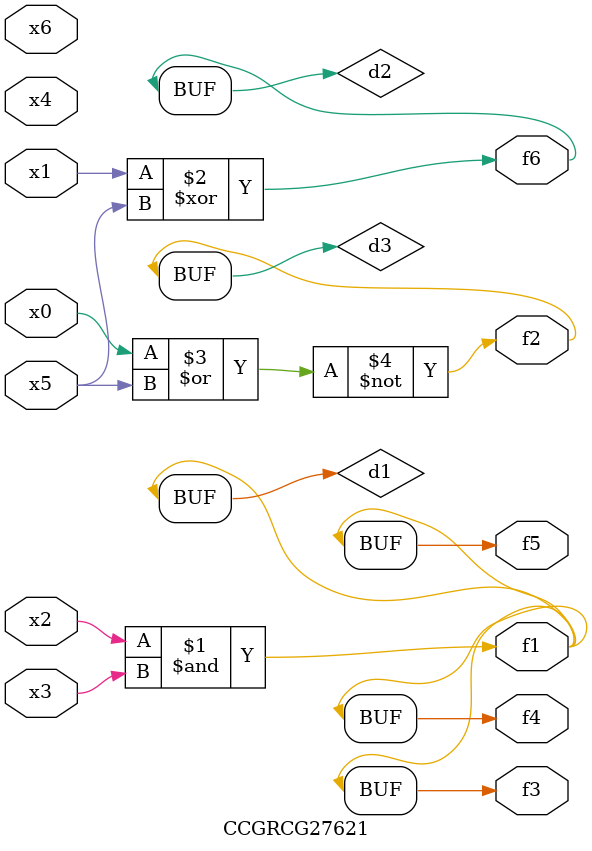
<source format=v>
module CCGRCG27621(
	input x0, x1, x2, x3, x4, x5, x6,
	output f1, f2, f3, f4, f5, f6
);

	wire d1, d2, d3;

	and (d1, x2, x3);
	xor (d2, x1, x5);
	nor (d3, x0, x5);
	assign f1 = d1;
	assign f2 = d3;
	assign f3 = d1;
	assign f4 = d1;
	assign f5 = d1;
	assign f6 = d2;
endmodule

</source>
